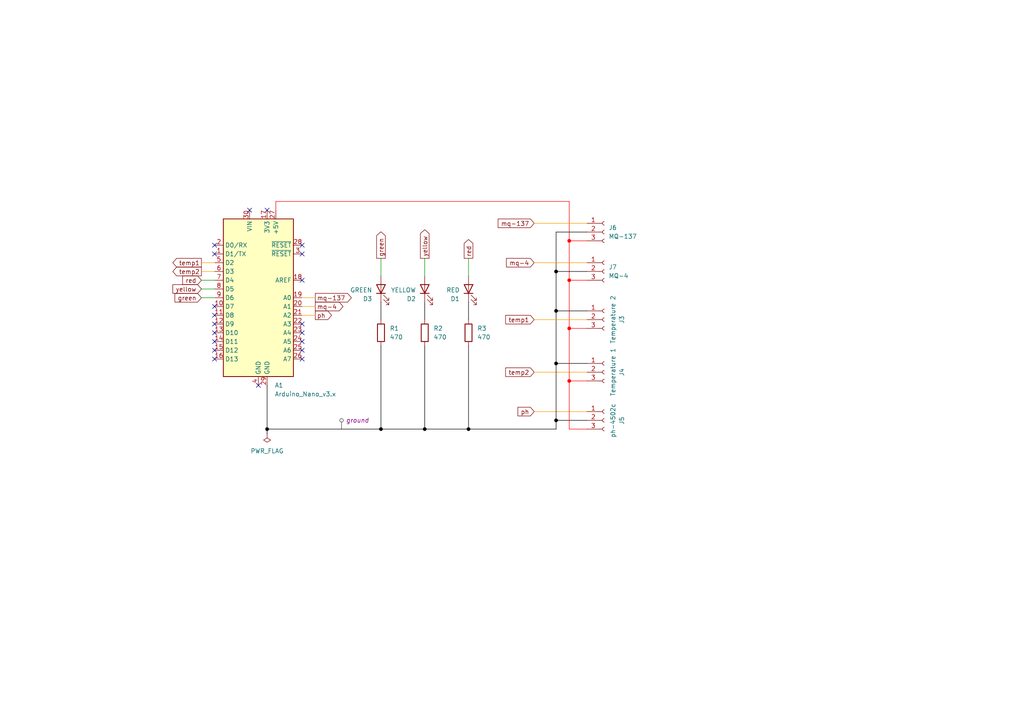
<source format=kicad_sch>
(kicad_sch (version 20230121) (generator eeschema)
  (paper "A4")
  (lib_symbols
    (symbol "Connector:Conn_01x03_Socket" (pin_names (offset 1.016) hide)
      (property "Reference" "J" (at 0 5.08 0))
      (property "Value" "Conn_01x03_Socket" (at 0 -5.08 0))
      (symbol "Conn_01x03_Socket_1_1"
        (arc (start 0 -2.032) (mid -0.5058 -2.54) (end 0 -3.048) (stroke (width 0.1524)))
        (polyline (pts (xy -1.27 -2.54) (xy -0.508 -2.54)) (stroke (width 0.1524)))
        (polyline (pts (xy -1.27 0) (xy -0.508 0)) (stroke (width 0.1524)))
        (polyline (pts (xy -1.27 2.54) (xy -0.508 2.54)) (stroke (width 0.1524)))
        (arc (start 0 0.508) (mid -0.5058 0) (end 0 -0.508) (stroke (width 0.1524)))
        (arc (start 0 3.048) (mid -0.5058 2.54) (end 0 2.032) (stroke (width 0.1524)))
        (pin passive line (at -5.08 2.54 0) (length 3.81) (name "Pin_1") (number "1"))
        (pin passive line (at -5.08 0 0) (length 3.81) (name "Pin_2") (number "2"))
        (pin passive line (at -5.08 -2.54 0) (length 3.81) (name "Pin_3") (number "3"))
      )
    )
    (symbol "Device:LED" (pin_numbers hide) (pin_names (offset 1.016) hide)
      (property "Reference" "D" (at 0 2.54 0))
      (property "Value" "LED" (at 0 -2.54 0))
      (symbol "LED_0_1"
        (polyline (pts (xy -1.27 -1.27) (xy -1.27 1.27)) (stroke (width 0.254)))
        (polyline (pts (xy -1.27 0) (xy 1.27 0)))
        (polyline (pts (xy 1.27 -1.27) (xy 1.27 1.27) (xy -1.27 0) (xy 1.27 -1.27)) (stroke (width 0.254)))
        (polyline (pts (xy -3.048 -0.762) (xy -4.572 -2.286) (xy -3.81 -2.286) (xy -4.572 -2.286) (xy -4.572 -1.524)))
        (polyline (pts (xy -1.778 -0.762) (xy -3.302 -2.286) (xy -2.54 -2.286) (xy -3.302 -2.286) (xy -3.302 -1.524)))
      )
      (symbol "LED_1_1"
        (pin passive line (at -3.81 0 0) (length 2.54) (name "K") (number "1"))
        (pin passive line (at 3.81 0 180) (length 2.54) (name "A") (number "2"))
      )
    )
    (symbol "Device:R" (pin_numbers hide) (pin_names (offset 0))
      (property "Reference" "R" (at 2.032 0 90))
      (property "Value" "R" (at 0 0 90))
      (symbol "R_0_1"
        (rectangle (start -1.016 -2.54) (end 1.016 2.54) (stroke (width 0.254)))
      )
      (symbol "R_1_1"
        (pin passive line (at 0 3.81 270) (length 1.27) (name "~") (number "1"))
        (pin passive line (at 0 -3.81 90) (length 1.27) (name "~") (number "2"))
      )
    )
    (symbol "MCU_Module:Arduino_Nano_v3.x"
      (property "Reference" "A" (at -10.16 23.495 0))
      (property "Value" "Arduino_Nano_v3.x" (at 5.08 -24.13 0))
      (symbol "Arduino_Nano_v3.x_0_1"
        (rectangle (start -10.16 22.86) (end 10.16 -22.86) (stroke (width 0.254)) (fill (type background)))
      )
      (symbol "Arduino_Nano_v3.x_1_1"
        (pin bidirectional line (at -12.7 12.7 0) (length 2.54) (name "D1/TX") (number "1"))
        (pin bidirectional line (at -12.7 -2.54 0) (length 2.54) (name "D7") (number "10"))
        (pin bidirectional line (at -12.7 -5.08 0) (length 2.54) (name "D8") (number "11"))
        (pin bidirectional line (at -12.7 -7.62 0) (length 2.54) (name "D9") (number "12"))
        (pin bidirectional line (at -12.7 -10.16 0) (length 2.54) (name "D10") (number "13"))
        (pin bidirectional line (at -12.7 -12.7 0) (length 2.54) (name "D11") (number "14"))
        (pin bidirectional line (at -12.7 -15.24 0) (length 2.54) (name "D12") (number "15"))
        (pin bidirectional line (at -12.7 -17.78 0) (length 2.54) (name "D13") (number "16"))
        (pin power_out line (at 2.54 25.4 270) (length 2.54) (name "3V3") (number "17"))
        (pin input line (at 12.7 5.08 180) (length 2.54) (name "AREF") (number "18"))
        (pin bidirectional line (at 12.7 0 180) (length 2.54) (name "A0") (number "19"))
        (pin bidirectional line (at -12.7 15.24 0) (length 2.54) (name "D0/RX") (number "2"))
        (pin bidirectional line (at 12.7 -2.54 180) (length 2.54) (name "A1") (number "20"))
        (pin bidirectional line (at 12.7 -5.08 180) (length 2.54) (name "A2") (number "21"))
        (pin bidirectional line (at 12.7 -7.62 180) (length 2.54) (name "A3") (number "22"))
        (pin bidirectional line (at 12.7 -10.16 180) (length 2.54) (name "A4") (number "23"))
        (pin bidirectional line (at 12.7 -12.7 180) (length 2.54) (name "A5") (number "24"))
        (pin bidirectional line (at 12.7 -15.24 180) (length 2.54) (name "A6") (number "25"))
        (pin bidirectional line (at 12.7 -17.78 180) (length 2.54) (name "A7") (number "26"))
        (pin power_out line (at 5.08 25.4 270) (length 2.54) (name "+5V") (number "27"))
        (pin input line (at 12.7 15.24 180) (length 2.54) (name "~{RESET}") (number "28"))
        (pin power_in line (at 2.54 -25.4 90) (length 2.54) (name "GND") (number "29"))
        (pin input line (at 12.7 12.7 180) (length 2.54) (name "~{RESET}") (number "3"))
        (pin power_in line (at -2.54 25.4 270) (length 2.54) (name "VIN") (number "30"))
        (pin power_in line (at 0 -25.4 90) (length 2.54) (name "GND") (number "4"))
        (pin bidirectional line (at -12.7 10.16 0) (length 2.54) (name "D2") (number "5"))
        (pin bidirectional line (at -12.7 7.62 0) (length 2.54) (name "D3") (number "6"))
        (pin bidirectional line (at -12.7 5.08 0) (length 2.54) (name "D4") (number "7"))
        (pin bidirectional line (at -12.7 2.54 0) (length 2.54) (name "D5") (number "8"))
        (pin bidirectional line (at -12.7 0 0) (length 2.54) (name "D6") (number "9"))
      )
    )
    (symbol "power:PWR_FLAG" (power) (pin_numbers hide) (pin_names (offset 0) hide)
      (property "Value" "PWR_FLAG" (at 0 3.81 0))
      (symbol "PWR_FLAG_0_0"
        (pin power_out line (at 0 0 90) (length 0) (name "pwr") (number "1"))
      )
      (symbol "PWR_FLAG_0_1"
        (polyline (pts (xy 0 0) (xy 0 1.27) (xy -1.016 1.905) (xy 0 2.54) (xy 1.016 1.905) (xy 0 1.27)))
      )
    )
  )
  (junction (at 135.89 124.46) (color 0 0 0 1))
  (junction (at 165.1 110.49) (color 255 0 0 1))
  (junction (at 165.1 95.25) (color 255 0 0 1))
  (junction (at 77.47 124.46) (color 0 0 0 1))
  (junction (at 110.49 124.46) (color 0 0 0 1))
  (junction (at 161.29 105.41) (color 0 0 0 1))
  (junction (at 165.1 81.28) (color 255 0 0 1))
  (junction (at 161.29 78.74) (color 0 0 0 1))
  (junction (at 123.19 124.46) (color 0 0 0 1))
  (junction (at 165.1 69.85) (color 255 0 0 1))
  (junction (at 161.29 90.17) (color 0 0 0 1))
  (junction (at 161.29 121.92) (color 0 0 0 1))
  (no_connect (at 62.23 99.06))
  (no_connect (at 74.93 111.76))
  (no_connect (at 87.63 93.98))
  (no_connect (at 87.63 73.66))
  (no_connect (at 87.63 71.12))
  (no_connect (at 62.23 71.12))
  (no_connect (at 62.23 96.52))
  (no_connect (at 87.63 104.14))
  (no_connect (at 72.39 60.96))
  (no_connect (at 62.23 73.66))
  (no_connect (at 62.23 104.14))
  (no_connect (at 87.63 101.6))
  (no_connect (at 87.63 99.06))
  (no_connect (at 62.23 91.44))
  (no_connect (at 62.23 88.9))
  (no_connect (at 77.47 60.96))
  (no_connect (at 87.63 81.28))
  (no_connect (at 87.63 96.52))
  (no_connect (at 62.23 93.98))
  (no_connect (at 62.23 101.6))
  (wire (pts (xy 165.1 81.28) (xy 165.1 69.85)) (stroke (width 0) (color 255 0 0 1)))
  (wire (pts (xy 58.42 76.2) (xy 62.23 76.2)) (stroke (width 0) (color 255 153 0 1)))
  (wire (pts (xy 161.29 78.74) (xy 161.29 90.17)) (stroke (width 0) (color 0 0 0 1)))
  (wire (pts (xy 58.42 86.36) (xy 62.23 86.36)))
  (wire (pts (xy 135.89 100.33) (xy 135.89 124.46)) (stroke (width 0) (color 0 0 0 1)))
  (wire (pts (xy 161.29 67.31) (xy 161.29 78.74)) (stroke (width 0) (color 0 0 0 1)))
  (wire (pts (xy 58.42 78.74) (xy 62.23 78.74)) (stroke (width 0) (color 255 153 0 1)))
  (wire (pts (xy 161.29 78.74) (xy 170.18 78.74)) (stroke (width 0) (color 0 0 0 1)))
  (wire (pts (xy 165.1 95.25) (xy 165.1 110.49)) (stroke (width 0) (color 255 0 0 1)))
  (wire (pts (xy 110.49 74.93) (xy 110.49 80.01)))
  (wire (pts (xy 77.47 124.46) (xy 110.49 124.46)) (stroke (width 0) (color 0 0 0 1)))
  (wire (pts (xy 87.63 86.36) (xy 91.44 86.36)) (stroke (width 0) (color 255 153 0 1)))
  (wire (pts (xy 170.18 67.31) (xy 161.29 67.31)) (stroke (width 0) (color 0 0 0 1)))
  (wire (pts (xy 170.18 69.85) (xy 165.1 69.85)) (stroke (width 0) (color 255 0 0 1)))
  (wire (pts (xy 123.19 74.93) (xy 123.19 80.01)))
  (wire (pts (xy 80.01 58.42) (xy 165.1 58.42)) (stroke (width 0) (color 255 0 0 1)))
  (wire (pts (xy 170.18 124.46) (xy 165.1 124.46)) (stroke (width 0) (color 255 0 0 1)))
  (wire (pts (xy 77.47 111.76) (xy 77.47 124.46)) (stroke (width 0) (color 0 0 0 1)))
  (wire (pts (xy 87.63 91.44) (xy 91.44 91.44)) (stroke (width 0) (color 255 153 0 1)))
  (wire (pts (xy 161.29 124.46) (xy 161.29 121.92)) (stroke (width 0) (color 0 0 0 1)))
  (wire (pts (xy 77.47 124.46) (xy 77.47 125.73)) (stroke (width 0) (color 0 0 0 1)))
  (wire (pts (xy 154.94 119.38) (xy 170.18 119.38)) (stroke (width 0) (color 255 153 0 1)))
  (wire (pts (xy 161.29 105.41) (xy 170.18 105.41)) (stroke (width 0) (color 0 0 0 1)))
  (wire (pts (xy 170.18 81.28) (xy 165.1 81.28)) (stroke (width 0) (color 255 0 0 1)))
  (wire (pts (xy 135.89 87.63) (xy 135.89 92.71)) (stroke (width 0) (color 0 0 0 1)))
  (wire (pts (xy 154.94 92.71) (xy 170.18 92.71)) (stroke (width 0) (color 255 153 0 1)))
  (wire (pts (xy 154.94 107.95) (xy 170.18 107.95)) (stroke (width 0) (color 255 153 0 1)))
  (wire (pts (xy 110.49 100.33) (xy 110.49 124.46)) (stroke (width 0) (color 0 0 0 1)))
  (wire (pts (xy 123.19 124.46) (xy 135.89 124.46)) (stroke (width 0) (color 0 0 0 1)))
  (wire (pts (xy 170.18 95.25) (xy 165.1 95.25)) (stroke (width 0) (color 255 0 0 1)))
  (wire (pts (xy 170.18 110.49) (xy 165.1 110.49)) (stroke (width 0) (color 255 0 0 1)))
  (wire (pts (xy 110.49 124.46) (xy 123.19 124.46)) (stroke (width 0) (color 0 0 0 1)))
  (wire (pts (xy 165.1 58.42) (xy 165.1 69.85)) (stroke (width 0) (color 255 0 0 1)))
  (wire (pts (xy 110.49 87.63) (xy 110.49 92.71)) (stroke (width 0) (color 0 0 0 1)))
  (wire (pts (xy 154.94 64.77) (xy 170.18 64.77)) (stroke (width 0) (color 255 153 0 1)))
  (wire (pts (xy 123.19 100.33) (xy 123.19 124.46)) (stroke (width 0) (color 0 0 0 1)))
  (wire (pts (xy 165.1 124.46) (xy 165.1 110.49)) (stroke (width 0) (color 255 0 0 1)))
  (wire (pts (xy 80.01 58.42) (xy 80.01 60.96)) (stroke (width 0) (color 255 0 0 1)))
  (wire (pts (xy 154.94 76.2) (xy 170.18 76.2)) (stroke (width 0) (color 255 153 0 1)))
  (wire (pts (xy 123.19 87.63) (xy 123.19 92.71)) (stroke (width 0) (color 0 0 0 1)))
  (wire (pts (xy 161.29 90.17) (xy 161.29 105.41)) (stroke (width 0) (color 0 0 0 1)))
  (wire (pts (xy 58.42 81.28) (xy 62.23 81.28)))
  (wire (pts (xy 135.89 74.93) (xy 135.89 80.01)))
  (wire (pts (xy 161.29 90.17) (xy 170.18 90.17)) (stroke (width 0) (color 0 0 0 1)))
  (wire (pts (xy 170.18 121.92) (xy 161.29 121.92)) (stroke (width 0) (color 0 0 0 1)))
  (wire (pts (xy 161.29 105.41) (xy 161.29 121.92)) (stroke (width 0) (color 0 0 0 1)))
  (wire (pts (xy 135.89 124.46) (xy 161.29 124.46)) (stroke (width 0) (color 0 0 0 1)))
  (wire (pts (xy 87.63 88.9) (xy 91.44 88.9)) (stroke (width 0) (color 255 153 0 1)))
  (wire (pts (xy 165.1 81.28) (xy 165.1 95.25)) (stroke (width 0) (color 255 0 0 1)))
  (wire (pts (xy 58.42 83.82) (xy 62.23 83.82)))
  (global_label "temp2" (shape input) (at 154.94 107.95 180) (property "Intersheetrefs" "${INTERSHEET_REFS}" (effects hide)))
  (global_label "temp2" (shape output) (at 58.42 78.74 180) (property "Intersheetrefs" "${INTERSHEET_REFS}" (effects hide)))
  (global_label "mq-137" (shape output) (at 91.44 86.36 0) (property "Intersheetrefs" "${INTERSHEET_REFS}" (effects hide)))
  (global_label "red" (shape input) (at 58.42 81.28 180) (property "Intersheetrefs" "${INTERSHEET_REFS}" (effects hide)))
  (global_label "temp1" (shape output) (at 58.42 76.2 180) (property "Intersheetrefs" "${INTERSHEET_REFS}" (effects hide)))
  (global_label "green" (shape input) (at 58.42 86.36 180) (property "Intersheetrefs" "${INTERSHEET_REFS}" (effects hide)))
  (global_label "red" (shape output) (at 135.89 74.93 90) (property "Intersheetrefs" "${INTERSHEET_REFS}" (effects hide)))
  (global_label "temp1" (shape input) (at 154.94 92.71 180) (property "Intersheetrefs" "${INTERSHEET_REFS}" (effects hide)))
  (global_label "green" (shape output) (at 110.49 74.93 90) (property "Intersheetrefs" "${INTERSHEET_REFS}" (effects hide)))
  (global_label "mq-4" (shape input) (at 154.94 76.2 180) (property "Intersheetrefs" "${INTERSHEET_REFS}" (effects hide)))
  (global_label "mq-4" (shape output) (at 91.44 88.9 0) (property "Intersheetrefs" "${INTERSHEET_REFS}" (effects hide)))
  (global_label "ph" (shape output) (at 91.44 91.44 0) (property "Intersheetrefs" "${INTERSHEET_REFS}" (effects hide)))
  (global_label "mq-137" (shape input) (at 154.94 64.77 180) (property "Intersheetrefs" "${INTERSHEET_REFS}" (effects hide)))
  (global_label "yellow" (shape output) (at 123.19 74.93 90) (property "Intersheetrefs" "${INTERSHEET_REFS}" (effects hide)))
  (global_label "ph" (shape input) (at 154.94 119.38 180) (property "Intersheetrefs" "${INTERSHEET_REFS}" (effects hide)))
  (global_label "yellow" (shape input) (at 58.42 83.82 180) (property "Intersheetrefs" "${INTERSHEET_REFS}" (effects hide)))
  (netclass_flag "" (length 2.54) (shape round) (at 99.06 124.46 0) (property "Netclass" "ground" (at 100.33 121.92 0) (effects (font italic) (justify left))))
  (symbol (lib_id "Connector:Conn_01x03_Socket") (at 175.26 67.31 0) (unit 1)
    (property "Reference" "J6" (at 176.53 66.04 0) (effects (justify left)))
    (property "Value" "MQ-137" (at 176.53 68.58 0) (effects (justify left)))
    (property "Footprint" "Connector_PinHeader_2.54mm:PinHeader_1x03_P2.54mm_Vertical" (effects hide))
  )
  (symbol (lib_id "Device:LED") (at 123.19 83.82 90) (unit 1)
    (property "Reference" "D2" (at 120.65 86.6775 90) (effects (justify left)))
    (property "Value" "YELLOW" (at 120.65 84.1375 90) (effects (justify left)))
    (property "Footprint" "LED_THT:LED_Rectangular_W3.9mm_H1.8mm_FlatTop" (effects hide))
  )
  (symbol (lib_id "Device:R") (at 110.49 96.52 0) (unit 1)
    (property "Reference" "R1" (at 113.03 95.25 0) (effects (justify left)))
    (property "Value" "470" (at 113.03 97.79 0) (effects (justify left)))
    (property "Footprint" "Resistor_THT:R_Axial_DIN0207_L6.3mm_D2.5mm_P10.16mm_Horizontal" (effects hide))
  )
  (symbol (lib_id "Device:LED") (at 135.89 83.82 90) (unit 1)
    (property "Reference" "D1" (at 133.35 86.6775 90) (effects (justify left)))
    (property "Value" "RED" (at 133.35 84.1375 90) (effects (justify left)))
    (property "Footprint" "LED_THT:LED_Rectangular_W3.9mm_H1.8mm_FlatTop" (effects hide))
  )
  (symbol (lib_id "power:PWR_FLAG") (at 77.47 125.73 180) (unit 1)
    (property "Reference" "#FLG02" (effects hide))
    (property "Value" "PWR_FLAG" (at 77.47 130.81 0))
  )
  (symbol (lib_id "Device:LED") (at 110.49 83.82 90) (unit 1)
    (property "Reference" "D3" (at 107.95 86.6775 90) (effects (justify left)))
    (property "Value" "GREEN" (at 107.95 84.1375 90) (effects (justify left)))
    (property "Footprint" "LED_THT:LED_Rectangular_W3.9mm_H1.8mm_FlatTop" (effects hide))
  )
  (symbol (lib_id "MCU_Module:Arduino_Nano_v3.x") (at 74.93 86.36 0) (unit 1)
    (property "Reference" "A1" (at 79.6641 111.76 0) (effects (justify left)))
    (property "Value" "Arduino_Nano_v3.x" (at 79.6641 114.3 0) (effects (justify left)))
    (property "Footprint" "Module:Arduino_Nano" (effects hide))
    (property "Datasheet" "http://www.mouser.com/pdfdocs/Gravitech_Arduino_Nano3_0.pdf" (effects hide))
  )
  (symbol (lib_id "Connector:Conn_01x03_Socket") (at 175.26 92.71 0) (unit 1)
    (property "Reference" "J3" (at 180.34 92.71 90))
    (property "Value" "Temperature 2" (at 177.8 92.71 90))
    (property "Footprint" "Connector_PinHeader_2.54mm:PinHeader_1x03_P2.54mm_Vertical" (effects hide))
  )
  (symbol (lib_id "Device:R") (at 123.19 96.52 0) (unit 1)
    (property "Reference" "R2" (at 125.73 95.25 0) (effects (justify left)))
    (property "Value" "470" (at 125.73 97.79 0) (effects (justify left)))
    (property "Footprint" "Resistor_THT:R_Axial_DIN0207_L6.3mm_D2.5mm_P10.16mm_Horizontal" (effects hide))
  )
  (symbol (lib_id "Device:R") (at 135.89 96.52 0) (unit 1)
    (property "Reference" "R3" (at 138.43 95.25 0) (effects (justify left)))
    (property "Value" "470" (at 138.43 97.79 0) (effects (justify left)))
    (property "Footprint" "Resistor_THT:R_Axial_DIN0207_L6.3mm_D2.5mm_P10.16mm_Horizontal" (effects hide))
  )
  (symbol (lib_id "Connector:Conn_01x03_Socket") (at 175.26 121.92 0) (unit 1)
    (property "Reference" "J5" (at 180.34 123.19 90) (effects (justify left)))
    (property "Value" "ph-4502c" (at 177.8 127 90) (effects (justify left)))
    (property "Footprint" "Connector_PinHeader_2.54mm:PinHeader_1x03_P2.54mm_Vertical" (effects hide))
  )
  (symbol (lib_id "Connector:Conn_01x03_Socket") (at 175.26 107.95 0) (unit 1)
    (property "Reference" "J4" (at 180.34 107.95 90))
    (property "Value" "Temperature 1" (at 177.8 107.95 90))
    (property "Footprint" "Connector_PinHeader_2.54mm:PinHeader_1x03_P2.54mm_Vertical" (effects hide))
  )
  (symbol (lib_id "Connector:Conn_01x03_Socket") (at 175.26 78.74 0) (unit 1)
    (property "Reference" "J7" (at 176.53 77.47 0) (effects (justify left)))
    (property "Value" "MQ-4" (at 176.53 80.01 0) (effects (justify left)))
    (property "Footprint" "Connector_PinHeader_2.54mm:PinHeader_1x03_P2.54mm_Vertical" (effects hide))
  )
)
</source>
